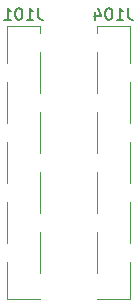
<source format=gbo>
G04 #@! TF.GenerationSoftware,KiCad,Pcbnew,9.0.6*
G04 #@! TF.CreationDate,2026-01-07T12:15:46-06:00*
G04 #@! TF.ProjectId,DHVQFN-14_3.65x3.65_P0.5,44485651-464e-42d3-9134-5f332e363578,rev?*
G04 #@! TF.SameCoordinates,Original*
G04 #@! TF.FileFunction,Legend,Bot*
G04 #@! TF.FilePolarity,Positive*
%FSLAX46Y46*%
G04 Gerber Fmt 4.6, Leading zero omitted, Abs format (unit mm)*
G04 Created by KiCad (PCBNEW 9.0.6) date 2026-01-07 12:15:46*
%MOMM*%
%LPD*%
G01*
G04 APERTURE LIST*
%ADD10C,0.150000*%
%ADD11C,0.120000*%
%ADD12C,0.508000*%
%ADD13C,1.700000*%
%ADD14R,1.700000X1.700000*%
%ADD15R,2.510000X1.000000*%
G04 APERTURE END LIST*
D10*
X130571714Y-98166819D02*
X130571714Y-98881104D01*
X130571714Y-98881104D02*
X130619333Y-99023961D01*
X130619333Y-99023961D02*
X130714571Y-99119200D01*
X130714571Y-99119200D02*
X130857428Y-99166819D01*
X130857428Y-99166819D02*
X130952666Y-99166819D01*
X129571714Y-99166819D02*
X130143142Y-99166819D01*
X129857428Y-99166819D02*
X129857428Y-98166819D01*
X129857428Y-98166819D02*
X129952666Y-98309676D01*
X129952666Y-98309676D02*
X130047904Y-98404914D01*
X130047904Y-98404914D02*
X130143142Y-98452533D01*
X128952666Y-98166819D02*
X128857428Y-98166819D01*
X128857428Y-98166819D02*
X128762190Y-98214438D01*
X128762190Y-98214438D02*
X128714571Y-98262057D01*
X128714571Y-98262057D02*
X128666952Y-98357295D01*
X128666952Y-98357295D02*
X128619333Y-98547771D01*
X128619333Y-98547771D02*
X128619333Y-98785866D01*
X128619333Y-98785866D02*
X128666952Y-98976342D01*
X128666952Y-98976342D02*
X128714571Y-99071580D01*
X128714571Y-99071580D02*
X128762190Y-99119200D01*
X128762190Y-99119200D02*
X128857428Y-99166819D01*
X128857428Y-99166819D02*
X128952666Y-99166819D01*
X128952666Y-99166819D02*
X129047904Y-99119200D01*
X129047904Y-99119200D02*
X129095523Y-99071580D01*
X129095523Y-99071580D02*
X129143142Y-98976342D01*
X129143142Y-98976342D02*
X129190761Y-98785866D01*
X129190761Y-98785866D02*
X129190761Y-98547771D01*
X129190761Y-98547771D02*
X129143142Y-98357295D01*
X129143142Y-98357295D02*
X129095523Y-98262057D01*
X129095523Y-98262057D02*
X129047904Y-98214438D01*
X129047904Y-98214438D02*
X128952666Y-98166819D01*
X127666952Y-99166819D02*
X128238380Y-99166819D01*
X127952666Y-99166819D02*
X127952666Y-98166819D01*
X127952666Y-98166819D02*
X128047904Y-98309676D01*
X128047904Y-98309676D02*
X128143142Y-98404914D01*
X128143142Y-98404914D02*
X128238380Y-98452533D01*
X138191714Y-98166819D02*
X138191714Y-98881104D01*
X138191714Y-98881104D02*
X138239333Y-99023961D01*
X138239333Y-99023961D02*
X138334571Y-99119200D01*
X138334571Y-99119200D02*
X138477428Y-99166819D01*
X138477428Y-99166819D02*
X138572666Y-99166819D01*
X137191714Y-99166819D02*
X137763142Y-99166819D01*
X137477428Y-99166819D02*
X137477428Y-98166819D01*
X137477428Y-98166819D02*
X137572666Y-98309676D01*
X137572666Y-98309676D02*
X137667904Y-98404914D01*
X137667904Y-98404914D02*
X137763142Y-98452533D01*
X136572666Y-98166819D02*
X136477428Y-98166819D01*
X136477428Y-98166819D02*
X136382190Y-98214438D01*
X136382190Y-98214438D02*
X136334571Y-98262057D01*
X136334571Y-98262057D02*
X136286952Y-98357295D01*
X136286952Y-98357295D02*
X136239333Y-98547771D01*
X136239333Y-98547771D02*
X136239333Y-98785866D01*
X136239333Y-98785866D02*
X136286952Y-98976342D01*
X136286952Y-98976342D02*
X136334571Y-99071580D01*
X136334571Y-99071580D02*
X136382190Y-99119200D01*
X136382190Y-99119200D02*
X136477428Y-99166819D01*
X136477428Y-99166819D02*
X136572666Y-99166819D01*
X136572666Y-99166819D02*
X136667904Y-99119200D01*
X136667904Y-99119200D02*
X136715523Y-99071580D01*
X136715523Y-99071580D02*
X136763142Y-98976342D01*
X136763142Y-98976342D02*
X136810761Y-98785866D01*
X136810761Y-98785866D02*
X136810761Y-98547771D01*
X136810761Y-98547771D02*
X136763142Y-98357295D01*
X136763142Y-98357295D02*
X136715523Y-98262057D01*
X136715523Y-98262057D02*
X136667904Y-98214438D01*
X136667904Y-98214438D02*
X136572666Y-98166819D01*
X135382190Y-98500152D02*
X135382190Y-99166819D01*
X135620285Y-98119200D02*
X135858380Y-98833485D01*
X135858380Y-98833485D02*
X135239333Y-98833485D01*
D11*
X127906000Y-99712000D02*
X127906000Y-102822000D01*
X127906000Y-104442000D02*
X127906000Y-107902000D01*
X127906000Y-109522000D02*
X127906000Y-112982000D01*
X127906000Y-114602000D02*
X127906000Y-118062000D01*
X127906000Y-119682000D02*
X127906000Y-122792000D01*
X127906000Y-122222000D02*
X127906000Y-122792000D01*
X130666000Y-99712000D02*
X127906000Y-99712000D01*
X130666000Y-99712000D02*
X130666000Y-100282000D01*
X130666000Y-101902000D02*
X130666000Y-105362000D01*
X130666000Y-106982000D02*
X130666000Y-110442000D01*
X130666000Y-112062000D02*
X130666000Y-115522000D01*
X130666000Y-117142000D02*
X130666000Y-120602000D01*
X130666000Y-122792000D02*
X127906000Y-122792000D01*
X135526000Y-99712000D02*
X135526000Y-100282000D01*
X135526000Y-101902000D02*
X135526000Y-105362000D01*
X135526000Y-106982000D02*
X135526000Y-110442000D01*
X135526000Y-112062000D02*
X135526000Y-115522000D01*
X135526000Y-117142000D02*
X135526000Y-120602000D01*
X138286000Y-99712000D02*
X135526000Y-99712000D01*
X138286000Y-99712000D02*
X138286000Y-102822000D01*
X138286000Y-100282000D02*
X138286000Y-102822000D01*
X138286000Y-104442000D02*
X138286000Y-107902000D01*
X138286000Y-109522000D02*
X138286000Y-112982000D01*
X138286000Y-114602000D02*
X138286000Y-118062000D01*
X138286000Y-119682000D02*
X138286000Y-122792000D01*
X138286000Y-122222000D02*
X138286000Y-122792000D01*
X138286000Y-122792000D02*
X135526000Y-122792000D01*
%LPC*%
D12*
X132702300Y-110858300D03*
X132702300Y-111645700D03*
X133489700Y-110858300D03*
X133489700Y-111645700D03*
D13*
X124206000Y-101092000D03*
D14*
X124206000Y-103632000D03*
D13*
X124206000Y-106172000D03*
X124206000Y-108712000D03*
X124206000Y-111252000D03*
X124206000Y-113792000D03*
X124206000Y-116332000D03*
X124206000Y-118872000D03*
X124206000Y-121412000D03*
X141986000Y-101092000D03*
X141986000Y-103632000D03*
X141986000Y-106172000D03*
X141986000Y-108712000D03*
X141986000Y-111252000D03*
X141986000Y-113792000D03*
X141986000Y-116332000D03*
X141986000Y-118872000D03*
X141986000Y-121412000D03*
D15*
X130941000Y-101092000D03*
X127631000Y-103632000D03*
X130941000Y-106172000D03*
X127631000Y-108712000D03*
X130941000Y-111252000D03*
X127631000Y-113792000D03*
X130941000Y-116332000D03*
X127631000Y-118872000D03*
X130941000Y-121412000D03*
X135251000Y-101092000D03*
X138561000Y-103632000D03*
X135251000Y-106172000D03*
X138561000Y-108712000D03*
X135251000Y-111252000D03*
X138561000Y-113792000D03*
X135251000Y-116332000D03*
X138561000Y-118872000D03*
X135251000Y-121412000D03*
%LPD*%
M02*

</source>
